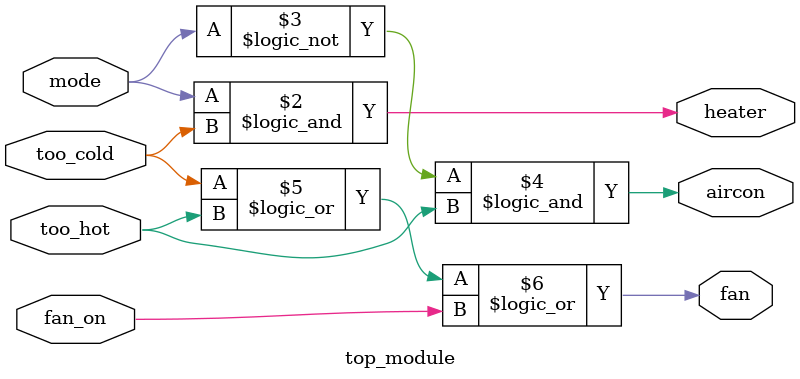
<source format=sv>
module top_module(
    input mode,
    input too_cold, 
    input too_hot,
    input fan_on,
    output reg heater,
    output reg aircon,
    output reg fan
);

always @(*) begin
    heater = mode && too_cold;
    aircon = !mode && too_hot;
    fan = too_cold || too_hot || fan_on;
end

endmodule

</source>
